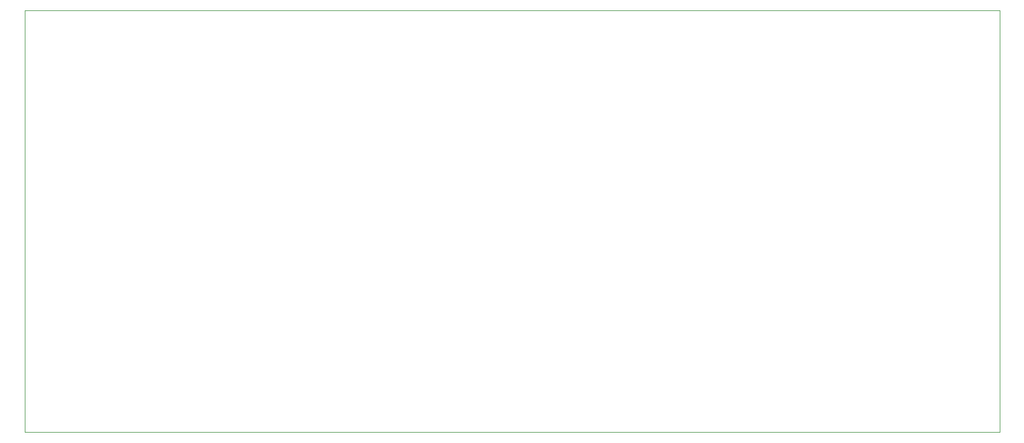
<source format=gbr>
G04 #@! TF.GenerationSoftware,KiCad,Pcbnew,(5.1.6)-1*
G04 #@! TF.CreationDate,2021-05-26T15:33:52+02:00*
G04 #@! TF.ProjectId,PowerSupplyPCB,506f7765-7253-4757-9070-6c795043422e,0.1*
G04 #@! TF.SameCoordinates,Original*
G04 #@! TF.FileFunction,Profile,NP*
%FSLAX46Y46*%
G04 Gerber Fmt 4.6, Leading zero omitted, Abs format (unit mm)*
G04 Created by KiCad (PCBNEW (5.1.6)-1) date 2021-05-26 15:33:52*
%MOMM*%
%LPD*%
G01*
G04 APERTURE LIST*
G04 #@! TA.AperFunction,Profile*
%ADD10C,0.050000*%
G04 #@! TD*
G04 APERTURE END LIST*
D10*
X80822800Y-128066800D02*
X223824800Y-128066800D01*
X80822800Y-66141600D02*
X80822800Y-128066800D01*
X223824800Y-66141600D02*
X223824800Y-128066800D01*
X80822800Y-66141600D02*
X223824800Y-66141600D01*
M02*

</source>
